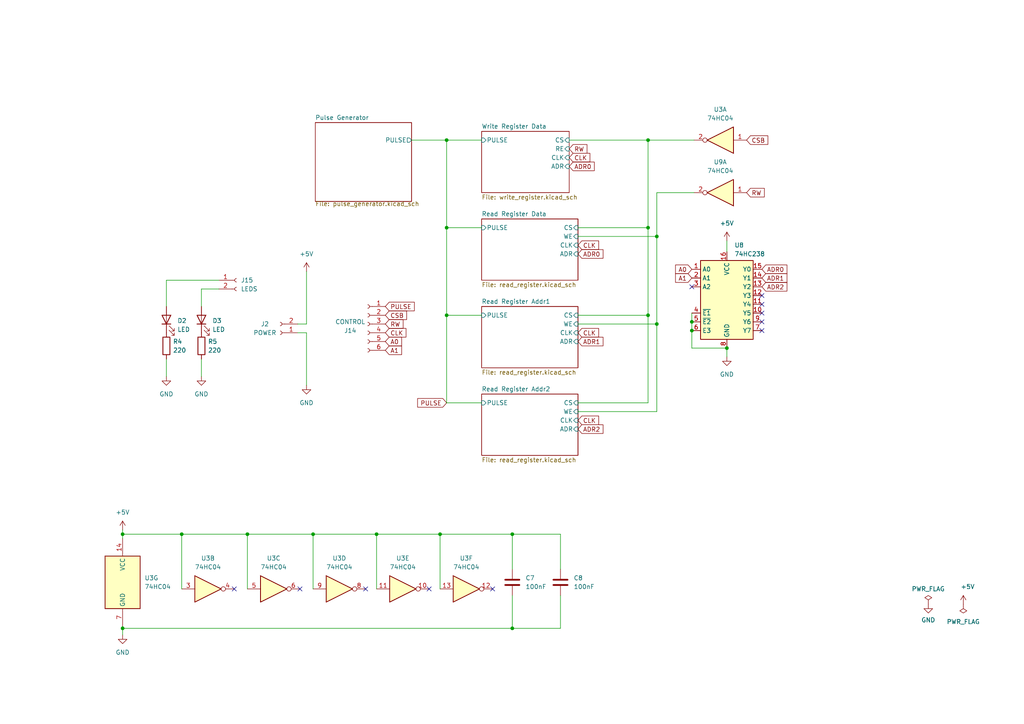
<source format=kicad_sch>
(kicad_sch (version 20230121) (generator eeschema)
  (paper "A4")
  (lib_symbols
    (symbol "74xx:74HC04"
      (property "Reference" "U" (at 0 1.27 0))
      (property "Value" "74HC04" (at 0 -1.27 0))
      (symbol "74HC04_1_0"
        (polyline (pts (xy -3.81 3.81) (xy -3.81 -3.81) (xy 3.81 0) (xy -3.81 3.81)) (stroke (width 0.254)) (fill (type background)))
        (pin input line (at -7.62 0 0) (length 3.81) (name "~") (number "1"))
        (pin output inverted (at 7.62 0 180) (length 3.81) (name "~") (number "2"))
      )
      (symbol "74HC04_2_0"
        (polyline (pts (xy -3.81 3.81) (xy -3.81 -3.81) (xy 3.81 0) (xy -3.81 3.81)) (stroke (width 0.254)) (fill (type background)))
        (pin input line (at -7.62 0 0) (length 3.81) (name "~") (number "3"))
        (pin output inverted (at 7.62 0 180) (length 3.81) (name "~") (number "4"))
      )
      (symbol "74HC04_3_0"
        (polyline (pts (xy -3.81 3.81) (xy -3.81 -3.81) (xy 3.81 0) (xy -3.81 3.81)) (stroke (width 0.254)) (fill (type background)))
        (pin input line (at -7.62 0 0) (length 3.81) (name "~") (number "5"))
        (pin output inverted (at 7.62 0 180) (length 3.81) (name "~") (number "6"))
      )
      (symbol "74HC04_4_0"
        (polyline (pts (xy -3.81 3.81) (xy -3.81 -3.81) (xy 3.81 0) (xy -3.81 3.81)) (stroke (width 0.254)) (fill (type background)))
        (pin output inverted (at 7.62 0 180) (length 3.81) (name "~") (number "8"))
        (pin input line (at -7.62 0 0) (length 3.81) (name "~") (number "9"))
      )
      (symbol "74HC04_5_0"
        (polyline (pts (xy -3.81 3.81) (xy -3.81 -3.81) (xy 3.81 0) (xy -3.81 3.81)) (stroke (width 0.254)) (fill (type background)))
        (pin output inverted (at 7.62 0 180) (length 3.81) (name "~") (number "10"))
        (pin input line (at -7.62 0 0) (length 3.81) (name "~") (number "11"))
      )
      (symbol "74HC04_6_0"
        (polyline (pts (xy -3.81 3.81) (xy -3.81 -3.81) (xy 3.81 0) (xy -3.81 3.81)) (stroke (width 0.254)) (fill (type background)))
        (pin output inverted (at 7.62 0 180) (length 3.81) (name "~") (number "12"))
        (pin input line (at -7.62 0 0) (length 3.81) (name "~") (number "13"))
      )
      (symbol "74HC04_7_0"
        (pin power_in line (at 0 12.7 270) (length 5.08) (name "VCC") (number "14"))
        (pin power_in line (at 0 -12.7 90) (length 5.08) (name "GND") (number "7"))
      )
      (symbol "74HC04_7_1"
        (rectangle (start -5.08 7.62) (end 5.08 -7.62) (stroke (width 0.254)) (fill (type background)))
      )
    )
    (symbol "74xx:74HC238"
      (property "Reference" "U" (at -7.62 13.97 0))
      (property "Value" "74HC238" (at 2.54 -11.43 0))
      (symbol "74HC238_0_1"
        (rectangle (start -7.62 12.7) (end 7.62 -10.16) (stroke (width 0.254)) (fill (type background)))
      )
      (symbol "74HC238_1_1"
        (pin input line (at -10.16 10.16 0) (length 2.54) (name "A0") (number "1"))
        (pin output line (at 10.16 -2.54 180) (length 2.54) (name "Y5") (number "10"))
        (pin output line (at 10.16 0 180) (length 2.54) (name "Y4") (number "11"))
        (pin output line (at 10.16 2.54 180) (length 2.54) (name "Y3") (number "12"))
        (pin output line (at 10.16 5.08 180) (length 2.54) (name "Y2") (number "13"))
        (pin output line (at 10.16 7.62 180) (length 2.54) (name "Y1") (number "14"))
        (pin output line (at 10.16 10.16 180) (length 2.54) (name "Y0") (number "15"))
        (pin power_in line (at 0 15.24 270) (length 2.54) (name "VCC") (number "16"))
        (pin input line (at -10.16 7.62 0) (length 2.54) (name "A1") (number "2"))
        (pin input line (at -10.16 5.08 0) (length 2.54) (name "A2") (number "3"))
        (pin input line (at -10.16 -2.54 0) (length 2.54) (name "~{E1}") (number "4"))
        (pin input line (at -10.16 -5.08 0) (length 2.54) (name "~{E2}") (number "5"))
        (pin input line (at -10.16 -7.62 0) (length 2.54) (name "E3") (number "6"))
        (pin output line (at 10.16 -7.62 180) (length 2.54) (name "Y7") (number "7"))
        (pin power_in line (at 0 -12.7 90) (length 2.54) (name "GND") (number "8"))
        (pin output line (at 10.16 -5.08 180) (length 2.54) (name "Y6") (number "9"))
      )
    )
    (symbol "Connector:Conn_01x02_Socket" (pin_names (offset 1.016) hide)
      (property "Reference" "J" (at 0 2.54 0))
      (property "Value" "Conn_01x02_Socket" (at 0 -5.08 0))
      (symbol "Conn_01x02_Socket_1_1"
        (arc (start 0 -2.032) (mid -0.5058 -2.54) (end 0 -3.048) (stroke (width 0.1524)))
        (polyline (pts (xy -1.27 -2.54) (xy -0.508 -2.54)) (stroke (width 0.1524)))
        (polyline (pts (xy -1.27 0) (xy -0.508 0)) (stroke (width 0.1524)))
        (arc (start 0 0.508) (mid -0.5058 0) (end 0 -0.508) (stroke (width 0.1524)))
        (pin passive line (at -5.08 0 0) (length 3.81) (name "Pin_1") (number "1"))
        (pin passive line (at -5.08 -2.54 0) (length 3.81) (name "Pin_2") (number "2"))
      )
    )
    (symbol "Connector:Conn_01x06_Socket" (pin_names (offset 1.016) hide)
      (property "Reference" "J" (at 0 7.62 0))
      (property "Value" "Conn_01x06_Socket" (at 0 -10.16 0))
      (symbol "Conn_01x06_Socket_1_1"
        (arc (start 0 -7.112) (mid -0.5058 -7.62) (end 0 -8.128) (stroke (width 0.1524)))
        (arc (start 0 -4.572) (mid -0.5058 -5.08) (end 0 -5.588) (stroke (width 0.1524)))
        (arc (start 0 -2.032) (mid -0.5058 -2.54) (end 0 -3.048) (stroke (width 0.1524)))
        (polyline (pts (xy -1.27 -7.62) (xy -0.508 -7.62)) (stroke (width 0.1524)))
        (polyline (pts (xy -1.27 -5.08) (xy -0.508 -5.08)) (stroke (width 0.1524)))
        (polyline (pts (xy -1.27 -2.54) (xy -0.508 -2.54)) (stroke (width 0.1524)))
        (polyline (pts (xy -1.27 0) (xy -0.508 0)) (stroke (width 0.1524)))
        (polyline (pts (xy -1.27 2.54) (xy -0.508 2.54)) (stroke (width 0.1524)))
        (polyline (pts (xy -1.27 5.08) (xy -0.508 5.08)) (stroke (width 0.1524)))
        (arc (start 0 0.508) (mid -0.5058 0) (end 0 -0.508) (stroke (width 0.1524)))
        (arc (start 0 3.048) (mid -0.5058 2.54) (end 0 2.032) (stroke (width 0.1524)))
        (arc (start 0 5.588) (mid -0.5058 5.08) (end 0 4.572) (stroke (width 0.1524)))
        (pin passive line (at -5.08 5.08 0) (length 3.81) (name "Pin_1") (number "1"))
        (pin passive line (at -5.08 2.54 0) (length 3.81) (name "Pin_2") (number "2"))
        (pin passive line (at -5.08 0 0) (length 3.81) (name "Pin_3") (number "3"))
        (pin passive line (at -5.08 -2.54 0) (length 3.81) (name "Pin_4") (number "4"))
        (pin passive line (at -5.08 -5.08 0) (length 3.81) (name "Pin_5") (number "5"))
        (pin passive line (at -5.08 -7.62 0) (length 3.81) (name "Pin_6") (number "6"))
      )
    )
    (symbol "Device:C" (pin_numbers hide) (pin_names (offset 0.254))
      (property "Reference" "C" (at 0.635 2.54 0))
      (property "Value" "C" (at 0.635 -2.54 0))
      (symbol "C_0_1"
        (polyline (pts (xy -2.032 -0.762) (xy 2.032 -0.762)) (stroke (width 0.508)))
        (polyline (pts (xy -2.032 0.762) (xy 2.032 0.762)) (stroke (width 0.508)))
      )
      (symbol "C_1_1"
        (pin passive line (at 0 3.81 270) (length 2.794) (name "~") (number "1"))
        (pin passive line (at 0 -3.81 90) (length 2.794) (name "~") (number "2"))
      )
    )
    (symbol "Device:LED" (pin_numbers hide) (pin_names (offset 1.016) hide)
      (property "Reference" "D" (at 0 2.54 0))
      (property "Value" "LED" (at 0 -2.54 0))
      (symbol "LED_0_1"
        (polyline (pts (xy -1.27 -1.27) (xy -1.27 1.27)) (stroke (width 0.254)))
        (polyline (pts (xy -1.27 0) (xy 1.27 0)))
        (polyline (pts (xy 1.27 -1.27) (xy 1.27 1.27) (xy -1.27 0) (xy 1.27 -1.27)) (stroke (width 0.254)))
        (polyline (pts (xy -3.048 -0.762) (xy -4.572 -2.286) (xy -3.81 -2.286) (xy -4.572 -2.286) (xy -4.572 -1.524)))
        (polyline (pts (xy -1.778 -0.762) (xy -3.302 -2.286) (xy -2.54 -2.286) (xy -3.302 -2.286) (xy -3.302 -1.524)))
      )
      (symbol "LED_1_1"
        (pin passive line (at -3.81 0 0) (length 2.54) (name "K") (number "1"))
        (pin passive line (at 3.81 0 180) (length 2.54) (name "A") (number "2"))
      )
    )
    (symbol "Device:R" (pin_numbers hide) (pin_names (offset 0))
      (property "Reference" "R" (at 2.032 0 90))
      (property "Value" "R" (at 0 0 90))
      (symbol "R_0_1"
        (rectangle (start -1.016 -2.54) (end 1.016 2.54) (stroke (width 0.254)))
      )
      (symbol "R_1_1"
        (pin passive line (at 0 3.81 270) (length 1.27) (name "~") (number "1"))
        (pin passive line (at 0 -3.81 90) (length 1.27) (name "~") (number "2"))
      )
    )
    (symbol "power:+5V" (power) (pin_names (offset 0))
      (property "Value" "+5V" (at 0 3.556 0))
      (symbol "+5V_0_1"
        (polyline (pts (xy -0.762 1.27) (xy 0 2.54)))
        (polyline (pts (xy 0 0) (xy 0 2.54)))
        (polyline (pts (xy 0 2.54) (xy 0.762 1.27)))
      )
      (symbol "+5V_1_1"
        (pin power_in line (at 0 0 90) (length 0) hide (name "+5V") (number "1"))
      )
    )
    (symbol "power:GND" (power) (pin_names (offset 0))
      (property "Value" "GND" (at 0 -3.81 0))
      (symbol "GND_0_1"
        (polyline (pts (xy 0 0) (xy 0 -1.27) (xy 1.27 -1.27) (xy 0 -2.54) (xy -1.27 -1.27) (xy 0 -1.27)))
      )
      (symbol "GND_1_1"
        (pin power_in line (at 0 0 270) (length 0) hide (name "GND") (number "1"))
      )
    )
    (symbol "power:PWR_FLAG" (power) (pin_numbers hide) (pin_names (offset 0) hide)
      (property "Value" "PWR_FLAG" (at 0 3.81 0))
      (symbol "PWR_FLAG_0_0"
        (pin power_out line (at 0 0 90) (length 0) (name "pwr") (number "1"))
      )
      (symbol "PWR_FLAG_0_1"
        (polyline (pts (xy 0 0) (xy 0 1.27) (xy -1.016 1.905) (xy 0 2.54) (xy 1.016 1.905) (xy 0 1.27)))
      )
    )
  )
  (junction (at 148.59 154.94))
  (junction (at 190.5 68.58))
  (junction (at 210.82 100.965))
  (junction (at 127.635 154.94))
  (junction (at 200.66 95.885))
  (junction (at 187.96 66.04))
  (junction (at 35.56 182.245))
  (junction (at 190.5 93.98))
  (junction (at 129.54 91.44))
  (junction (at 187.96 40.64))
  (junction (at 148.59 182.245))
  (junction (at 129.54 66.04))
  (junction (at 200.66 93.345))
  (junction (at 52.705 154.94))
  (junction (at 129.54 40.64))
  (junction (at 187.96 91.44))
  (junction (at 71.755 154.94))
  (junction (at 90.805 154.94))
  (junction (at 35.56 154.94))
  (junction (at 109.22 154.94))
  (no_connect (at 220.98 95.885))
  (no_connect (at 67.945 170.815))
  (no_connect (at 220.98 88.265))
  (no_connect (at 220.98 85.725))
  (no_connect (at 106.045 170.815))
  (no_connect (at 124.46 170.815))
  (no_connect (at 86.995 170.815))
  (no_connect (at 200.66 83.185))
  (no_connect (at 220.98 93.345))
  (no_connect (at 220.98 90.805))
  (no_connect (at 142.875 170.815))
  (wire (pts (xy 109.22 154.94) (xy 109.22 170.815)))
  (wire (pts (xy 119.38 40.64) (xy 129.54 40.64)))
  (wire (pts (xy 190.5 55.88) (xy 190.5 68.58)))
  (wire (pts (xy 148.59 182.245) (xy 162.56 182.245)))
  (wire (pts (xy 48.26 81.28) (xy 48.26 88.9)))
  (wire (pts (xy 88.9 93.98) (xy 86.36 93.98)))
  (wire (pts (xy 129.54 66.04) (xy 129.54 91.44)))
  (wire (pts (xy 129.54 66.04) (xy 139.7 66.04)))
  (wire (pts (xy 35.56 181.61) (xy 35.56 182.245)))
  (wire (pts (xy 129.54 40.64) (xy 139.7 40.64)))
  (wire (pts (xy 88.9 78.74) (xy 88.9 93.98)))
  (wire (pts (xy 90.805 154.94) (xy 90.805 170.815)))
  (wire (pts (xy 35.56 154.94) (xy 52.705 154.94)))
  (wire (pts (xy 200.66 100.965) (xy 210.82 100.965)))
  (wire (pts (xy 148.59 154.94) (xy 162.56 154.94)))
  (wire (pts (xy 162.56 154.94) (xy 162.56 165.1)))
  (wire (pts (xy 90.805 154.94) (xy 109.22 154.94)))
  (wire (pts (xy 210.82 100.965) (xy 210.82 103.505)))
  (wire (pts (xy 190.5 68.58) (xy 190.5 93.98)))
  (wire (pts (xy 165.1 40.64) (xy 187.96 40.64)))
  (wire (pts (xy 129.54 116.84) (xy 139.7 116.84)))
  (wire (pts (xy 127.635 154.94) (xy 148.59 154.94)))
  (wire (pts (xy 48.26 104.14) (xy 48.26 109.22)))
  (wire (pts (xy 187.96 66.04) (xy 187.96 91.44)))
  (wire (pts (xy 187.96 40.64) (xy 187.96 66.04)))
  (wire (pts (xy 35.56 182.245) (xy 148.59 182.245)))
  (wire (pts (xy 129.54 40.64) (xy 129.54 66.04)))
  (wire (pts (xy 71.755 154.94) (xy 71.755 170.815)))
  (wire (pts (xy 35.56 182.245) (xy 35.56 184.15)))
  (wire (pts (xy 201.295 55.88) (xy 190.5 55.88)))
  (wire (pts (xy 109.22 154.94) (xy 127.635 154.94)))
  (wire (pts (xy 129.54 91.44) (xy 139.7 91.44)))
  (wire (pts (xy 148.59 154.94) (xy 148.59 165.1)))
  (wire (pts (xy 35.56 154.94) (xy 35.56 156.21)))
  (wire (pts (xy 35.56 153.67) (xy 35.56 154.94)))
  (wire (pts (xy 190.5 119.38) (xy 167.64 119.38)))
  (wire (pts (xy 58.42 104.14) (xy 58.42 109.22)))
  (wire (pts (xy 63.5 83.82) (xy 58.42 83.82)))
  (wire (pts (xy 71.755 154.94) (xy 90.805 154.94)))
  (wire (pts (xy 210.82 69.85) (xy 210.82 73.025)))
  (wire (pts (xy 129.54 91.44) (xy 129.54 116.84)))
  (wire (pts (xy 190.5 93.98) (xy 190.5 119.38)))
  (wire (pts (xy 52.705 154.94) (xy 71.755 154.94)))
  (wire (pts (xy 162.56 182.245) (xy 162.56 172.72)))
  (wire (pts (xy 187.96 66.04) (xy 167.64 66.04)))
  (wire (pts (xy 187.96 91.44) (xy 167.64 91.44)))
  (wire (pts (xy 167.64 68.58) (xy 190.5 68.58)))
  (wire (pts (xy 200.66 95.885) (xy 200.66 100.965)))
  (wire (pts (xy 58.42 83.82) (xy 58.42 88.9)))
  (wire (pts (xy 63.5 81.28) (xy 48.26 81.28)))
  (wire (pts (xy 201.295 40.64) (xy 187.96 40.64)))
  (wire (pts (xy 127.635 154.94) (xy 127.635 170.815)))
  (wire (pts (xy 148.59 172.72) (xy 148.59 182.245)))
  (wire (pts (xy 167.64 93.98) (xy 190.5 93.98)))
  (wire (pts (xy 200.66 90.805) (xy 200.66 93.345)))
  (wire (pts (xy 200.66 93.345) (xy 200.66 95.885)))
  (wire (pts (xy 88.9 96.52) (xy 88.9 111.76)))
  (wire (pts (xy 52.705 154.94) (xy 52.705 170.815)))
  (wire (pts (xy 86.36 96.52) (xy 88.9 96.52)))
  (wire (pts (xy 187.96 116.84) (xy 167.64 116.84)))
  (wire (pts (xy 187.96 91.44) (xy 187.96 116.84)))
  (global_label "A0" (shape input) (at 111.76 99.06 0) (property "Intersheetrefs" "${INTERSHEET_REFS}" (effects hide)))
  (global_label "PULSE" (shape input) (at 111.76 88.9 0) (property "Intersheetrefs" "${INTERSHEET_REFS}" (effects hide)))
  (global_label "ADR0" (shape input) (at 165.1 48.26 0) (property "Intersheetrefs" "${INTERSHEET_REFS}" (effects hide)))
  (global_label "RW" (shape input) (at 111.76 93.98 0) (property "Intersheetrefs" "${INTERSHEET_REFS}" (effects hide)))
  (global_label "ADR1" (shape input) (at 167.64 99.06 0) (property "Intersheetrefs" "${INTERSHEET_REFS}" (effects hide)))
  (global_label "CLK" (shape input) (at 167.64 121.92 0) (property "Intersheetrefs" "${INTERSHEET_REFS}" (effects hide)))
  (global_label "ADR2" (shape input) (at 167.64 124.46 0) (property "Intersheetrefs" "${INTERSHEET_REFS}" (effects hide)))
  (global_label "ADR1" (shape input) (at 220.98 80.645 0) (property "Intersheetrefs" "${INTERSHEET_REFS}" (effects hide)))
  (global_label "CSB" (shape input) (at 216.535 40.64 0) (property "Intersheetrefs" "${INTERSHEET_REFS}" (effects hide)))
  (global_label "CLK" (shape input) (at 167.64 71.12 0) (property "Intersheetrefs" "${INTERSHEET_REFS}" (effects hide)))
  (global_label "CLK" (shape input) (at 111.76 96.52 0) (property "Intersheetrefs" "${INTERSHEET_REFS}" (effects hide)))
  (global_label "A1" (shape input) (at 111.76 101.6 0) (property "Intersheetrefs" "${INTERSHEET_REFS}" (effects hide)))
  (global_label "A1" (shape input) (at 200.66 80.645 180) (property "Intersheetrefs" "${INTERSHEET_REFS}" (effects hide)))
  (global_label "CLK" (shape input) (at 167.64 96.52 0) (property "Intersheetrefs" "${INTERSHEET_REFS}" (effects hide)))
  (global_label "RW" (shape input) (at 216.535 55.88 0) (property "Intersheetrefs" "${INTERSHEET_REFS}" (effects hide)))
  (global_label "RW" (shape input) (at 165.1 43.18 0) (property "Intersheetrefs" "${INTERSHEET_REFS}" (effects hide)))
  (global_label "CSB" (shape input) (at 111.76 91.44 0) (property "Intersheetrefs" "${INTERSHEET_REFS}" (effects hide)))
  (global_label "A0" (shape input) (at 200.66 78.105 180) (property "Intersheetrefs" "${INTERSHEET_REFS}" (effects hide)))
  (global_label "PULSE" (shape input) (at 129.54 116.84 180) (property "Intersheetrefs" "${INTERSHEET_REFS}" (effects hide)))
  (global_label "ADR0" (shape input) (at 167.64 73.66 0) (property "Intersheetrefs" "${INTERSHEET_REFS}" (effects hide)))
  (global_label "ADR0" (shape input) (at 220.98 78.105 0) (property "Intersheetrefs" "${INTERSHEET_REFS}" (effects hide)))
  (global_label "CLK" (shape input) (at 165.1 45.72 0) (property "Intersheetrefs" "${INTERSHEET_REFS}" (effects hide)))
  (global_label "ADR2" (shape input) (at 220.98 83.185 0) (property "Intersheetrefs" "${INTERSHEET_REFS}" (effects hide)))
  (symbol (lib_id "74xx:74HC04") (at 79.375 170.815 0) (unit 3)
    (property "Reference" "U3" (at 79.375 161.925 0))
    (property "Value" "74HC04" (at 79.375 164.465 0))
    (property "Datasheet" "https://assets.nexperia.com/documents/data-sheet/74HC_HCT04.pdf" (effects hide))
  )
  (symbol (lib_id "74xx:74HC238") (at 210.82 88.265 0) (unit 1)
    (property "Reference" "U8" (at 213.0141 71.12 0) (effects (justify left)))
    (property "Value" "74HC238" (at 213.0141 73.66 0) (effects (justify left)))
    (property "Datasheet" "https://www.ti.com/lit/ds/symlink/cd74hc238.pdf" (effects hide))
  )
  (symbol (lib_id "power:GND") (at 58.42 109.22 0) (unit 1)
    (property "Reference" "#PWR040" (effects hide))
    (property "Value" "GND" (at 58.42 114.3 0))
  )
  (symbol (lib_id "power:PWR_FLAG") (at 279.4 175.26 180) (unit 1)
    (property "Reference" "#FLG02" (effects hide))
    (property "Value" "PWR_FLAG" (at 279.4 180.34 0))
  )
  (symbol (lib_id "74xx:74HC04") (at 35.56 168.91 0) (unit 7)
    (property "Reference" "U3" (at 41.91 167.64 0) (effects (justify left)))
    (property "Value" "74HC04" (at 41.91 170.18 0) (effects (justify left)))
    (property "Datasheet" "https://assets.nexperia.com/documents/data-sheet/74HC_HCT04.pdf" (effects hide))
  )
  (symbol (lib_id "power:+5V") (at 279.4 175.26 0) (unit 1)
    (property "Reference" "#PWR027" (effects hide))
    (property "Value" "+5V" (at 280.67 170.18 0))
  )
  (symbol (lib_id "power:GND") (at 88.9 111.76 0) (unit 1)
    (property "Reference" "#PWR05" (effects hide))
    (property "Value" "GND" (at 88.9 116.84 0))
  )
  (symbol (lib_id "74xx:74HC04") (at 208.915 40.64 180) (unit 1)
    (property "Reference" "U3" (at 208.915 31.75 0))
    (property "Value" "74HC04" (at 208.915 34.29 0))
    (property "Datasheet" "https://assets.nexperia.com/documents/data-sheet/74HC_HCT04.pdf" (effects hide))
  )
  (symbol (lib_id "power:GND") (at 269.24 175.26 0) (mirror y) (unit 1)
    (property "Reference" "#PWR026" (effects hide))
    (property "Value" "GND" (at 269.24 179.832 0))
  )
  (symbol (lib_id "power:+5V") (at 210.82 69.85 0) (unit 1)
    (property "Reference" "#PWR048" (effects hide))
    (property "Value" "+5V" (at 210.82 64.77 0))
  )
  (symbol (lib_id "74xx:74HC04") (at 60.325 170.815 0) (unit 2)
    (property "Reference" "U3" (at 60.325 161.925 0))
    (property "Value" "74HC04" (at 60.325 164.465 0))
    (property "Datasheet" "https://assets.nexperia.com/documents/data-sheet/74HC_HCT04.pdf" (effects hide))
  )
  (symbol (lib_id "74xx:74HC04") (at 116.84 170.815 0) (unit 5)
    (property "Reference" "U3" (at 116.84 161.925 0))
    (property "Value" "74HC04" (at 116.84 164.465 0))
    (property "Datasheet" "https://assets.nexperia.com/documents/data-sheet/74HC_HCT04.pdf" (effects hide))
  )
  (symbol (lib_id "Device:C") (at 148.59 168.91 0) (unit 1)
    (property "Reference" "C7" (at 152.4 167.64 0) (effects (justify left)))
    (property "Value" "100nF" (at 152.4 170.18 0) (effects (justify left)))
    (property "Footprint" "Capacitor_THT:C_Disc_D5.0mm_W2.5mm_P2.50mm" (effects hide))
  )
  (symbol (lib_id "Connector:Conn_01x06_Socket") (at 106.68 93.98 0) (mirror y) (unit 1)
    (property "Reference" "J14" (at 101.6 95.885 0))
    (property "Value" "CONTROL" (at 101.6 93.345 0))
    (property "Footprint" "Connector_PinSocket_2.54mm:PinSocket_1x04_P2.54mm_Vertical" (effects hide))
  )
  (symbol (lib_id "power:GND") (at 35.56 184.15 0) (unit 1)
    (property "Reference" "#PWR028" (effects hide))
    (property "Value" "GND" (at 35.56 189.23 0))
  )
  (symbol (lib_id "power:GND") (at 210.82 103.505 0) (unit 1)
    (property "Reference" "#PWR035" (effects hide))
    (property "Value" "GND" (at 210.82 108.585 0))
  )
  (symbol (lib_id "Connector:Conn_01x02_Socket") (at 68.58 81.28 0) (unit 1)
    (property "Reference" "J15" (at 69.85 81.28 0) (effects (justify left)))
    (property "Value" "LEDS" (at 69.85 83.82 0) (effects (justify left)))
    (property "Footprint" "Connector_PinSocket_2.54mm:PinSocket_1x02_P2.54mm_Vertical" (effects hide))
  )
  (symbol (lib_id "Connector:Conn_01x02_Socket") (at 81.28 96.52 180) (unit 1)
    (property "Reference" "J2" (at 76.835 93.98 0))
    (property "Value" "POWER" (at 76.835 96.52 0))
    (property "Footprint" "Connector_PinSocket_2.54mm:PinSocket_1x02_P2.54mm_Vertical" (effects hide))
  )
  (symbol (lib_id "power:+5V") (at 88.9 78.74 0) (unit 1)
    (property "Reference" "#PWR06" (effects hide))
    (property "Value" "+5V" (at 88.9 73.66 0))
  )
  (symbol (lib_id "Device:LED") (at 58.42 92.71 90) (unit 1)
    (property "Reference" "D3" (at 61.595 93.0275 90) (effects (justify right)))
    (property "Value" "LED" (at 61.595 95.5675 90) (effects (justify right)))
    (property "Footprint" "LED_THT:LED_D5.0mm" (effects hide))
  )
  (symbol (lib_id "power:PWR_FLAG") (at 269.24 175.26 0) (unit 1)
    (property "Reference" "#FLG01" (effects hide))
    (property "Value" "PWR_FLAG" (at 269.24 170.815 0))
  )
  (symbol (lib_id "Device:R") (at 48.26 100.33 0) (unit 1)
    (property "Reference" "R4" (at 50.165 99.06 0) (effects (justify left)))
    (property "Value" "220" (at 50.165 101.6 0) (effects (justify left)))
    (property "Footprint" "Resistor_THT:R_Axial_DIN0207_L6.3mm_D2.5mm_P10.16mm_Horizontal" (effects hide))
  )
  (symbol (lib_id "74xx:74HC04") (at 135.255 170.815 0) (unit 6)
    (property "Reference" "U3" (at 135.255 161.925 0))
    (property "Value" "74HC04" (at 135.255 164.465 0))
    (property "Datasheet" "https://assets.nexperia.com/documents/data-sheet/74HC_HCT04.pdf" (effects hide))
  )
  (symbol (lib_id "Device:LED") (at 48.26 92.71 90) (unit 1)
    (property "Reference" "D2" (at 51.435 93.0275 90) (effects (justify right)))
    (property "Value" "LED" (at 51.435 95.5675 90) (effects (justify right)))
    (property "Footprint" "LED_THT:LED_D5.0mm" (effects hide))
  )
  (symbol (lib_id "Device:C") (at 162.56 168.91 0) (unit 1)
    (property "Reference" "C8" (at 166.37 167.64 0) (effects (justify left)))
    (property "Value" "100nF" (at 166.37 170.18 0) (effects (justify left)))
    (property "Footprint" "Capacitor_THT:C_Disc_D5.0mm_W2.5mm_P2.50mm" (effects hide))
  )
  (symbol (lib_id "Device:R") (at 58.42 100.33 0) (unit 1)
    (property "Reference" "R5" (at 60.325 99.06 0) (effects (justify left)))
    (property "Value" "220" (at 60.325 101.6 0) (effects (justify left)))
    (property "Footprint" "Resistor_THT:R_Axial_DIN0207_L6.3mm_D2.5mm_P10.16mm_Horizontal" (effects hide))
  )
  (symbol (lib_id "power:+5V") (at 35.56 153.67 0) (unit 1)
    (property "Reference" "#PWR022" (effects hide))
    (property "Value" "+5V" (at 35.56 148.59 0))
  )
  (symbol (lib_id "74xx:74HC04") (at 208.915 55.88 180) (unit 1)
    (property "Reference" "U9" (at 208.915 46.99 0))
    (property "Value" "74HC04" (at 208.915 49.53 0))
    (property "Datasheet" "https://assets.nexperia.com/documents/data-sheet/74HC_HCT04.pdf" (effects hide))
  )
  (symbol (lib_id "74xx:74HC04") (at 98.425 170.815 0) (unit 4)
    (property "Reference" "U3" (at 98.425 161.925 0))
    (property "Value" "74HC04" (at 98.425 164.465 0))
    (property "Datasheet" "https://assets.nexperia.com/documents/data-sheet/74HC_HCT04.pdf" (effects hide))
  )
  (symbol (lib_id "power:GND") (at 48.26 109.22 0) (unit 1)
    (property "Reference" "#PWR039" (effects hide))
    (property "Value" "GND" (at 48.26 114.3 0))
  )
  (sheet (at 139.7 88.9) (size 27.94 17.78) (stroke (width 0.1524))
    (property "Sheetname" "Read Register Addr1" (at 139.7 88.1884 0) (effects (justify left bottom)))
    (property "Sheetfile" "read_register.kicad_sch" (at 139.7 107.2646 0) (effects (justify left top)))
    (pin "PULSE" input (at 139.7 91.44 180))
    (pin "CS" input (at 167.64 91.44 0))
    (pin "WE" input (at 167.64 93.98 0))
    (pin "CLK" input (at 167.64 96.52 0))
    (pin "ADR" input (at 167.64 99.06 0))
  )
  (sheet (at 139.7 63.5) (size 27.94 17.78) (stroke (width 0.1524))
    (property "Sheetname" "Read Register Data" (at 139.7 62.7884 0) (effects (justify left bottom)))
    (property "Sheetfile" "read_register.kicad_sch" (at 139.7 81.8646 0) (effects (justify left top)))
    (pin "PULSE" input (at 139.7 66.04 180))
    (pin "CS" input (at 167.64 66.04 0))
    (pin "WE" input (at 167.64 68.58 0))
    (pin "CLK" input (at 167.64 71.12 0))
    (pin "ADR" input (at 167.64 73.66 0))
  )
  (sheet (at 139.7 38.1) (size 25.4 17.78) (stroke (width 0.1524))
    (property "Sheetname" "Write Register Data" (at 139.7 37.3884 0) (effects (justify left bottom)))
    (property "Sheetfile" "write_register.kicad_sch" (at 139.7 56.4646 0) (effects (justify left top)))
    (pin "PULSE" input (at 139.7 40.64 180))
    (pin "CS" input (at 165.1 40.64 0))
    (pin "CLK" input (at 165.1 45.72 0))
    (pin "RE" input (at 165.1 43.18 0))
    (pin "ADR" input (at 165.1 48.26 0))
  )
  (sheet (at 139.7 114.3) (size 27.94 17.78) (stroke (width 0.1524))
    (property "Sheetname" "Read Register Addr2" (at 139.7 113.5884 0) (effects (justify left bottom)))
    (property "Sheetfile" "read_register.kicad_sch" (at 139.7 132.6646 0) (effects (justify left top)))
    (pin "PULSE" input (at 139.7 116.84 180))
    (pin "CS" input (at 167.64 116.84 0))
    (pin "WE" input (at 167.64 119.38 0))
    (pin "CLK" input (at 167.64 121.92 0))
    (pin "ADR" input (at 167.64 124.46 0))
  )
  (sheet (at 91.44 35.56) (size 27.94 22.86) (stroke (width 0.1524))
    (property "Sheetname" "Pulse Generator" (at 91.44 34.8484 0) (effects (justify left bottom)))
    (property "Sheetfile" "pulse_generator.kicad_sch" (at 91.44 58.3696 0) (effects (justify left top)))
    (pin "PULSE" output (at 119.38 40.64 0))
  )
)
</source>
